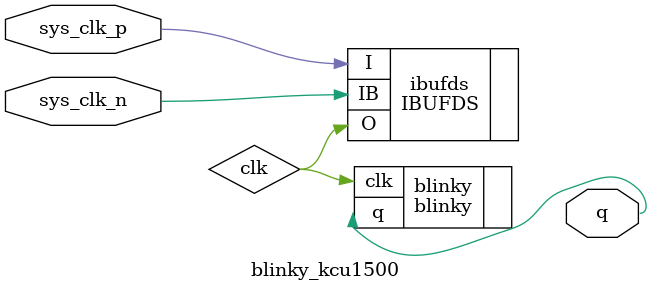
<source format=v>
module blinky_kcu1500 (
  input wire  sys_clk_p,
  input wire  sys_clk_n,
  output wire q
);

  wire clk;
  IBUFDS ibufds
  (
    .I  (sys_clk_p),
    .IB (sys_clk_n),
    .O  (clk)
  );

  blinky #(
    .clk_freq_hz(300_300_300)
  ) blinky (
    .clk (clk),
    .q   (q)
  );

endmodule

</source>
